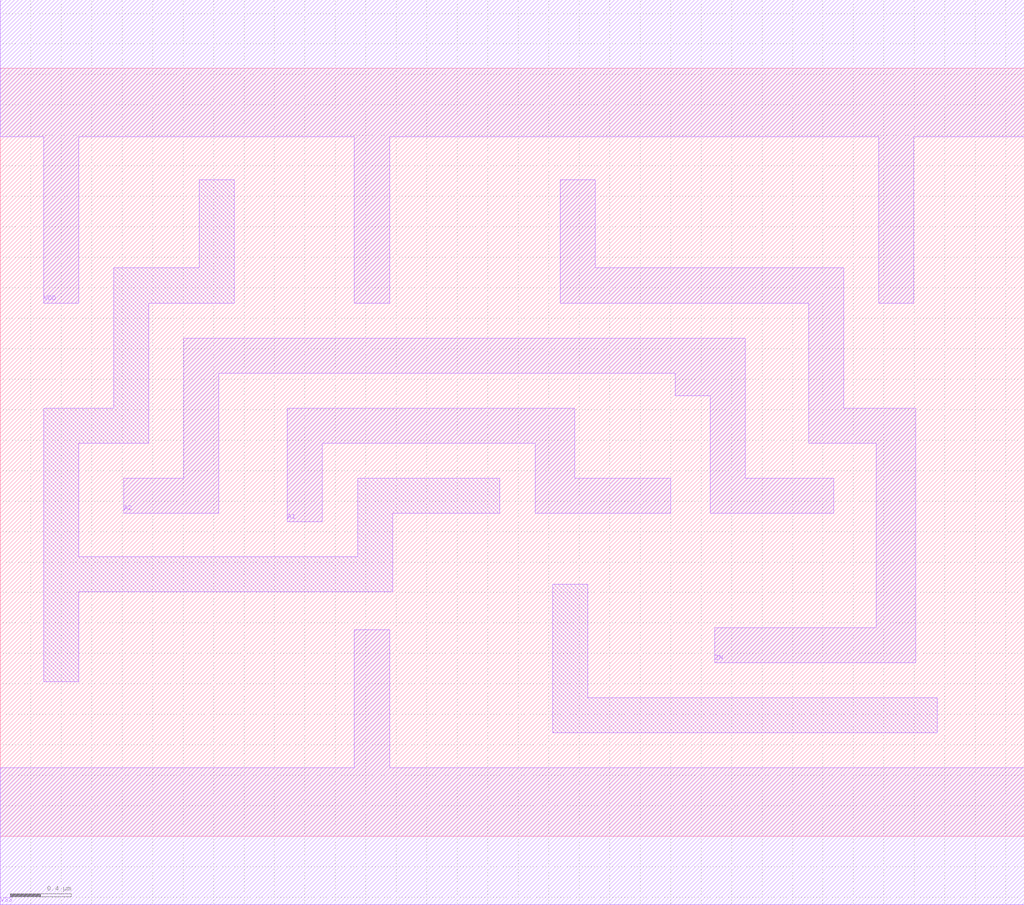
<source format=lef>
# Copyright 2022 GlobalFoundries PDK Authors
#
# Licensed under the Apache License, Version 2.0 (the "License");
# you may not use this file except in compliance with the License.
# You may obtain a copy of the License at
#
#      http://www.apache.org/licenses/LICENSE-2.0
#
# Unless required by applicable law or agreed to in writing, software
# distributed under the License is distributed on an "AS IS" BASIS,
# WITHOUT WARRANTIES OR CONDITIONS OF ANY KIND, either express or implied.
# See the License for the specific language governing permissions and
# limitations under the License.

MACRO gf180mcu_fd_sc_mcu9t5v0__xnor2_1
  CLASS core ;
  FOREIGN gf180mcu_fd_sc_mcu9t5v0__xnor2_1 0.0 0.0 ;
  ORIGIN 0 0 ;
  SYMMETRY X Y ;
  SITE GF018hv5v_green_sc9 ;
  SIZE 6.72 BY 5.04 ;
  PIN A1
    DIRECTION INPUT ;
    ANTENNAGATEAREA 2.5605 ;
    PORT
      LAYER Metal1 ;
        POLYGON 1.885 2.065 2.115 2.065 2.115 2.58 3.28 2.58 3.51 2.58 3.51 2.12 4.4 2.12 4.4 2.35 3.77 2.35 3.77 2.81 3.28 2.81 1.885 2.81  ;
    END
  END A1
  PIN A2
    DIRECTION INPUT ;
    ANTENNAGATEAREA 2.5605 ;
    PORT
      LAYER Metal1 ;
        POLYGON 0.81 2.12 1.435 2.12 1.435 3.04 3.28 3.04 4.43 3.04 4.43 2.89 4.66 2.89 4.66 2.12 5.47 2.12 5.47 2.35 4.89 2.35 4.89 3.27 3.28 3.27 1.205 3.27 1.205 2.35 0.81 2.35  ;
    END
  END A2
  PIN ZN
    DIRECTION OUTPUT ;
    ANTENNADIFFAREA 1.821 ;
    PORT
      LAYER Metal1 ;
        POLYGON 3.675 3.5 5.305 3.5 5.305 2.58 5.75 2.58 5.75 1.37 4.69 1.37 4.69 1.14 6.01 1.14 6.01 2.81 5.535 2.81 5.535 3.73 3.905 3.73 3.905 4.31 3.675 4.31  ;
    END
  END ZN
  PIN VDD
    DIRECTION INOUT ;
    USE power ;
    SHAPE ABUTMENT ;
    PORT
      LAYER Metal1 ;
        POLYGON 0 4.59 0.285 4.59 0.285 3.5 0.515 3.5 0.515 4.59 2.325 4.59 2.325 3.5 2.555 3.5 2.555 4.59 3.28 4.59 5.765 4.59 5.765 3.5 5.995 3.5 5.995 4.59 6.15 4.59 6.72 4.59 6.72 5.49 6.15 5.49 3.28 5.49 0 5.49  ;
    END
  END VDD
  PIN VSS
    DIRECTION INOUT ;
    USE ground ;
    SHAPE ABUTMENT ;
    PORT
      LAYER Metal1 ;
        POLYGON 0 -0.45 6.72 -0.45 6.72 0.45 2.555 0.45 2.555 1.355 2.325 1.355 2.325 0.45 0 0.45  ;
    END
  END VSS
  OBS
      LAYER Metal1 ;
        POLYGON 0.285 1.015 0.515 1.015 0.515 1.605 2.575 1.605 2.575 2.12 3.28 2.12 3.28 2.35 2.345 2.35 2.345 1.835 0.515 1.835 0.515 2.58 0.975 2.58 0.975 3.5 1.535 3.5 1.535 4.31 1.305 4.31 1.305 3.73 0.745 3.73 0.745 2.81 0.285 2.81  ;
        POLYGON 3.625 0.68 6.15 0.68 6.15 0.91 3.855 0.91 3.855 1.655 3.625 1.655  ;
  END
END gf180mcu_fd_sc_mcu9t5v0__xnor2_1

</source>
